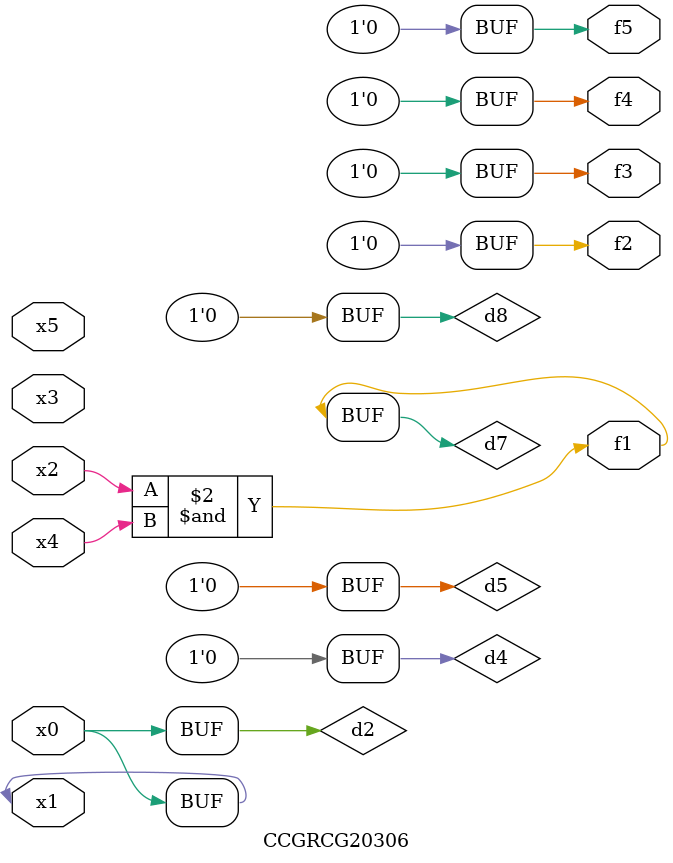
<source format=v>
module CCGRCG20306(
	input x0, x1, x2, x3, x4, x5,
	output f1, f2, f3, f4, f5
);

	wire d1, d2, d3, d4, d5, d6, d7, d8, d9;

	nand (d1, x1);
	buf (d2, x0, x1);
	nand (d3, x2, x4);
	and (d4, d1, d2);
	and (d5, d1, d2);
	nand (d6, d1, d3);
	not (d7, d3);
	xor (d8, d5);
	nor (d9, d5, d6);
	assign f1 = d7;
	assign f2 = d8;
	assign f3 = d8;
	assign f4 = d8;
	assign f5 = d8;
endmodule

</source>
